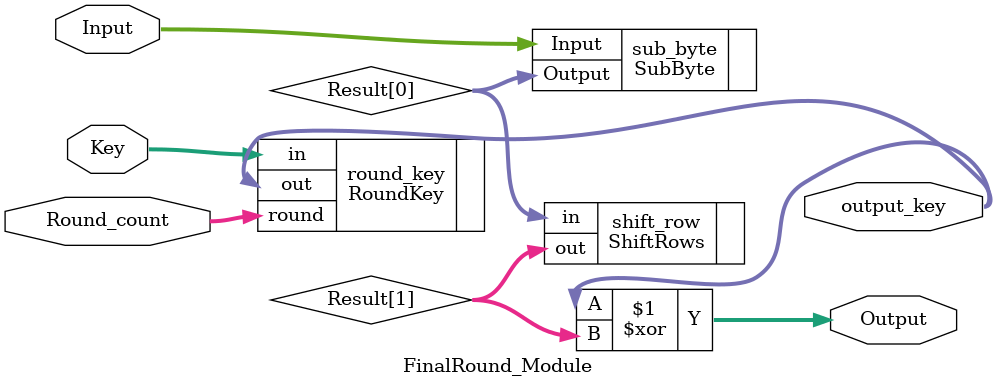
<source format=v>
`timescale 1ns / 1ps
module FinalRound_Module(
    input [127:0] Input, 
    input [127:0] Key,
    input [3:0] Round_count,
    output [127:0] output_key,
    output [127:0] Output
);

wire [127:0] Result [0:1];

SubByte sub_byte(.Input(Input), .Output(Result[0]));
ShiftRows shift_row(.in(Result[0]), .out(Result[1]));
RoundKey round_key(.round(Round_count), .in(Key), .out(output_key));

assign Output = output_key ^ Result[1];

endmodule
</source>
